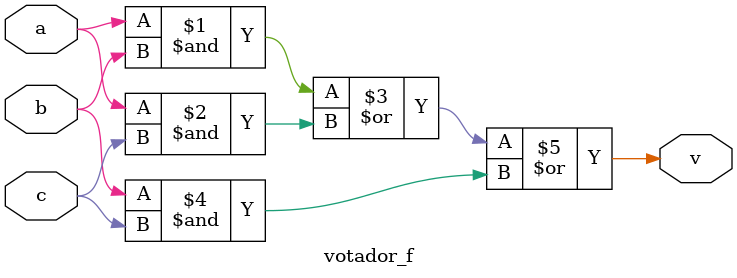
<source format=v>

/*
   Lección 2-2: Simulación con banco de pruebas

   En este archivo realizaremos el mismo circuito votador pero mediante una
   descripción funcional. Más adelante compararemos el resultado de simular
   esta descripción con la descripción procedimental en votador.v.

   En general, una descripción funcional es más cercana a la implementación
   final, es más facilmente sintetizable y permite una simulación más
   eficiente, pero requiere un trabajo previo por parte del diseñador, por lo
   que suele emplearse para casos sencillos o para aquellos problemas que de
   forma natural presentan una descripción funcional sencilla.
*/

// Definimos la escala de tiempo para el simulador
`timescale 1ns / 1ps

/* Llamamos a este módulo "votador_f" para distinguirlo de la versión
 * procedimental llamada "votador" */
module votador_f(
    output v,
    input a,
    input b,
    input c
    );

    /* Describimos la función mediante una estructura "assign". Incluimos un
     * retraso de 2ns para obtener resultados de simulación más realistas. A
     * la vista de la expresión es fácil observar que la salida del circuito
     * valdrá "1" cuando dos entradas cuales quiera sean "1". */
    assign #2 v = a&b | a&c | b&c;

endmodule    // votador_f

/*
   EJERCICIO

   1. Comprueba que el archivo no tiene errores copilándolo con:
    $ iverilog votador-f.v

   La lección sigue en el archivo votador-f_tb.v.
*/

</source>
